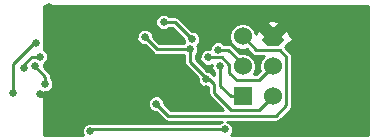
<source format=gbl>
G04 (created by PCBNEW (2013-mar-13)-testing) date Tue 26 Mar 2013 09:26:07 PM EDT*
%MOIN*%
G04 Gerber Fmt 3.4, Leading zero omitted, Abs format*
%FSLAX34Y34*%
G01*
G70*
G90*
G04 APERTURE LIST*
%ADD10C,0.006*%
%ADD11R,0.06X0.06*%
%ADD12C,0.06*%
%ADD13C,0.025*%
%ADD14C,0.01*%
G04 APERTURE END LIST*
G54D10*
G54D11*
X72060Y-56980D03*
G54D12*
X73060Y-56980D03*
X72060Y-55980D03*
X73060Y-55980D03*
X72060Y-54980D03*
X73060Y-54980D03*
G54D13*
X68800Y-55000D03*
X70840Y-56400D03*
X70300Y-55400D03*
X69425Y-54500D03*
X70375Y-55075D03*
X65620Y-54000D03*
X75720Y-55980D03*
X67740Y-54820D03*
X72100Y-54160D03*
X70840Y-56740D03*
X68760Y-56980D03*
X65300Y-56900D03*
X71300Y-55980D03*
X70900Y-55680D03*
X64400Y-56860D03*
X65175Y-55200D03*
X64780Y-56040D03*
X65300Y-55650D03*
X65480Y-56560D03*
X65140Y-55980D03*
X71460Y-58080D03*
X66980Y-58140D03*
X69180Y-57220D03*
X71240Y-55420D03*
G54D14*
X70840Y-56400D02*
X70949Y-56400D01*
X72620Y-57420D02*
X73060Y-56980D01*
X71690Y-57420D02*
X72620Y-57420D01*
X71120Y-56849D02*
X71690Y-57420D01*
X71120Y-56570D02*
X71120Y-56849D01*
X70949Y-56400D02*
X71120Y-56570D01*
X69200Y-55400D02*
X70300Y-55400D01*
X68800Y-55000D02*
X69200Y-55400D01*
X70840Y-56400D02*
X70840Y-56360D01*
X70840Y-56360D02*
X70300Y-55820D01*
X70300Y-55820D02*
X70300Y-55400D01*
X69800Y-54500D02*
X69425Y-54500D01*
X70375Y-55075D02*
X69800Y-54500D01*
X67740Y-54820D02*
X67740Y-55960D01*
X67740Y-55960D02*
X68760Y-56980D01*
X68320Y-54240D02*
X67740Y-54820D01*
X72020Y-54240D02*
X68320Y-54240D01*
X72100Y-54160D02*
X72020Y-54240D01*
X70840Y-56740D02*
X69000Y-56740D01*
X69000Y-56740D02*
X68760Y-56980D01*
X68760Y-56980D02*
X65380Y-56980D01*
X65380Y-56980D02*
X65300Y-56900D01*
X71300Y-55980D02*
X71300Y-56620D01*
X71660Y-56980D02*
X72060Y-56980D01*
X71300Y-56620D02*
X71660Y-56980D01*
X70900Y-55680D02*
X71380Y-55680D01*
X72600Y-56440D02*
X73060Y-55980D01*
X71860Y-56440D02*
X72600Y-56440D01*
X71620Y-56200D02*
X71860Y-56440D01*
X71620Y-55920D02*
X71620Y-56200D01*
X71380Y-55680D02*
X71620Y-55920D01*
X70900Y-55680D02*
X70940Y-55720D01*
X65100Y-55200D02*
X64400Y-55900D01*
X64400Y-55900D02*
X64400Y-56860D01*
X65175Y-55200D02*
X65100Y-55200D01*
X65050Y-55650D02*
X65300Y-55650D01*
X64820Y-55880D02*
X65050Y-55650D01*
X64820Y-56000D02*
X64820Y-55880D01*
X64780Y-56040D02*
X64820Y-56000D01*
X65290Y-55640D02*
X65300Y-55650D01*
X65480Y-56320D02*
X65480Y-56560D01*
X65140Y-55980D02*
X65480Y-56320D01*
X67040Y-58080D02*
X71460Y-58080D01*
X66980Y-58140D02*
X67040Y-58080D01*
X72520Y-55440D02*
X72060Y-54980D01*
X73300Y-55440D02*
X72520Y-55440D01*
X73520Y-55660D02*
X73300Y-55440D01*
X73520Y-57280D02*
X73520Y-55660D01*
X73180Y-57620D02*
X73520Y-57280D01*
X69580Y-57620D02*
X73180Y-57620D01*
X69180Y-57220D02*
X69580Y-57620D01*
X71240Y-55420D02*
X71580Y-55420D01*
X72060Y-55900D02*
X72060Y-55980D01*
X71580Y-55420D02*
X72060Y-55900D01*
G54D10*
G36*
X76250Y-58250D02*
X71670Y-58258D01*
X71692Y-58235D01*
X71734Y-58134D01*
X71735Y-58025D01*
X71693Y-57924D01*
X71615Y-57847D01*
X71550Y-57820D01*
X73180Y-57820D01*
X73256Y-57804D01*
X73321Y-57761D01*
X73661Y-57421D01*
X73661Y-57421D01*
X73690Y-57378D01*
X73704Y-57356D01*
X73704Y-57356D01*
X73719Y-57280D01*
X73720Y-57280D01*
X73720Y-55660D01*
X73704Y-55583D01*
X73704Y-55583D01*
X73690Y-55561D01*
X73661Y-55518D01*
X73661Y-55518D01*
X73620Y-55477D01*
X73487Y-55344D01*
X73620Y-55211D01*
X73774Y-55057D01*
X73606Y-54890D01*
X73585Y-54783D01*
X73502Y-54750D01*
X73289Y-54962D01*
X73289Y-54537D01*
X73256Y-54454D01*
X73040Y-54419D01*
X72863Y-54454D01*
X72830Y-54537D01*
X73060Y-54767D01*
X73289Y-54537D01*
X73289Y-54962D01*
X73272Y-54980D01*
X73378Y-55086D01*
X73224Y-55240D01*
X73107Y-55240D01*
X73060Y-55192D01*
X73012Y-55240D01*
X72895Y-55240D01*
X72741Y-55086D01*
X72847Y-54980D01*
X72617Y-54750D01*
X72534Y-54783D01*
X72518Y-54885D01*
X72510Y-54893D01*
X72510Y-54890D01*
X72441Y-54725D01*
X72315Y-54598D01*
X72149Y-54530D01*
X71970Y-54529D01*
X71805Y-54598D01*
X71678Y-54724D01*
X71610Y-54890D01*
X71609Y-55069D01*
X71678Y-55234D01*
X71804Y-55361D01*
X71970Y-55429D01*
X72149Y-55430D01*
X72204Y-55407D01*
X72378Y-55581D01*
X72443Y-55624D01*
X72443Y-55624D01*
X72520Y-55640D01*
X72763Y-55640D01*
X72678Y-55724D01*
X72610Y-55890D01*
X72609Y-56069D01*
X72632Y-56124D01*
X72517Y-56240D01*
X72436Y-56240D01*
X72441Y-56235D01*
X72509Y-56069D01*
X72510Y-55890D01*
X72441Y-55725D01*
X72315Y-55598D01*
X72149Y-55530D01*
X71972Y-55529D01*
X71721Y-55278D01*
X71656Y-55235D01*
X71580Y-55220D01*
X71428Y-55220D01*
X71395Y-55187D01*
X71294Y-55145D01*
X71185Y-55144D01*
X71084Y-55186D01*
X71007Y-55264D01*
X70965Y-55365D01*
X70965Y-55409D01*
X70954Y-55405D01*
X70845Y-55404D01*
X70744Y-55446D01*
X70667Y-55524D01*
X70625Y-55625D01*
X70624Y-55734D01*
X70666Y-55835D01*
X70744Y-55912D01*
X70845Y-55954D01*
X70954Y-55955D01*
X71025Y-55925D01*
X71024Y-56034D01*
X71066Y-56135D01*
X71100Y-56168D01*
X71100Y-56267D01*
X71091Y-56258D01*
X71074Y-56247D01*
X71073Y-56244D01*
X70995Y-56167D01*
X70894Y-56125D01*
X70887Y-56125D01*
X70500Y-55737D01*
X70500Y-55588D01*
X70532Y-55555D01*
X70574Y-55454D01*
X70575Y-55345D01*
X70551Y-55287D01*
X70607Y-55230D01*
X70649Y-55129D01*
X70650Y-55020D01*
X70608Y-54919D01*
X70530Y-54842D01*
X70429Y-54800D01*
X70382Y-54800D01*
X69941Y-54358D01*
X69876Y-54315D01*
X69800Y-54300D01*
X69613Y-54300D01*
X69580Y-54267D01*
X69479Y-54225D01*
X69370Y-54224D01*
X69269Y-54266D01*
X69192Y-54344D01*
X69150Y-54445D01*
X69149Y-54554D01*
X69191Y-54655D01*
X69269Y-54732D01*
X69370Y-54774D01*
X69479Y-54775D01*
X69580Y-54733D01*
X69613Y-54700D01*
X69717Y-54700D01*
X70099Y-55082D01*
X70099Y-55129D01*
X70123Y-55187D01*
X70111Y-55200D01*
X69282Y-55200D01*
X69075Y-54992D01*
X69075Y-54945D01*
X69033Y-54844D01*
X68955Y-54767D01*
X68854Y-54725D01*
X68745Y-54724D01*
X68644Y-54766D01*
X68567Y-54844D01*
X68525Y-54945D01*
X68524Y-55054D01*
X68566Y-55155D01*
X68644Y-55232D01*
X68745Y-55274D01*
X68792Y-55274D01*
X69058Y-55541D01*
X69058Y-55541D01*
X69101Y-55570D01*
X69123Y-55584D01*
X69123Y-55584D01*
X69199Y-55599D01*
X69200Y-55600D01*
X70100Y-55600D01*
X70100Y-55820D01*
X70115Y-55896D01*
X70158Y-55961D01*
X70565Y-56367D01*
X70564Y-56454D01*
X70606Y-56555D01*
X70684Y-56632D01*
X70785Y-56674D01*
X70894Y-56675D01*
X70920Y-56664D01*
X70920Y-56849D01*
X70935Y-56926D01*
X70978Y-56991D01*
X71407Y-57420D01*
X69662Y-57420D01*
X69455Y-57212D01*
X69455Y-57165D01*
X69413Y-57064D01*
X69335Y-56987D01*
X69234Y-56945D01*
X69125Y-56944D01*
X69024Y-56986D01*
X68947Y-57064D01*
X68905Y-57165D01*
X68904Y-57274D01*
X68946Y-57375D01*
X69024Y-57452D01*
X69125Y-57494D01*
X69172Y-57494D01*
X69438Y-57761D01*
X69438Y-57761D01*
X69481Y-57790D01*
X69503Y-57804D01*
X69503Y-57804D01*
X69579Y-57819D01*
X69580Y-57820D01*
X71369Y-57820D01*
X71304Y-57846D01*
X71271Y-57880D01*
X67070Y-57880D01*
X67034Y-57865D01*
X66925Y-57864D01*
X66824Y-57906D01*
X66747Y-57984D01*
X66705Y-58085D01*
X66704Y-58194D01*
X66735Y-58267D01*
X65430Y-58269D01*
X65430Y-56834D01*
X65534Y-56835D01*
X65635Y-56793D01*
X65712Y-56715D01*
X65754Y-56614D01*
X65755Y-56505D01*
X65713Y-56404D01*
X65680Y-56371D01*
X65680Y-56320D01*
X65679Y-56319D01*
X65664Y-56243D01*
X65664Y-56243D01*
X65650Y-56221D01*
X65621Y-56178D01*
X65621Y-56178D01*
X65430Y-55987D01*
X65430Y-55893D01*
X65455Y-55883D01*
X65532Y-55805D01*
X65574Y-55704D01*
X65575Y-55595D01*
X65533Y-55494D01*
X65455Y-55417D01*
X65430Y-55406D01*
X65430Y-55302D01*
X65449Y-55254D01*
X65450Y-55145D01*
X65430Y-55097D01*
X65430Y-53970D01*
X76250Y-53970D01*
X76250Y-58250D01*
X76250Y-58250D01*
G37*
G54D14*
X76250Y-58250D02*
X71670Y-58258D01*
X71692Y-58235D01*
X71734Y-58134D01*
X71735Y-58025D01*
X71693Y-57924D01*
X71615Y-57847D01*
X71550Y-57820D01*
X73180Y-57820D01*
X73256Y-57804D01*
X73321Y-57761D01*
X73661Y-57421D01*
X73661Y-57421D01*
X73690Y-57378D01*
X73704Y-57356D01*
X73704Y-57356D01*
X73719Y-57280D01*
X73720Y-57280D01*
X73720Y-55660D01*
X73704Y-55583D01*
X73704Y-55583D01*
X73690Y-55561D01*
X73661Y-55518D01*
X73661Y-55518D01*
X73620Y-55477D01*
X73487Y-55344D01*
X73620Y-55211D01*
X73774Y-55057D01*
X73606Y-54890D01*
X73585Y-54783D01*
X73502Y-54750D01*
X73289Y-54962D01*
X73289Y-54537D01*
X73256Y-54454D01*
X73040Y-54419D01*
X72863Y-54454D01*
X72830Y-54537D01*
X73060Y-54767D01*
X73289Y-54537D01*
X73289Y-54962D01*
X73272Y-54980D01*
X73378Y-55086D01*
X73224Y-55240D01*
X73107Y-55240D01*
X73060Y-55192D01*
X73012Y-55240D01*
X72895Y-55240D01*
X72741Y-55086D01*
X72847Y-54980D01*
X72617Y-54750D01*
X72534Y-54783D01*
X72518Y-54885D01*
X72510Y-54893D01*
X72510Y-54890D01*
X72441Y-54725D01*
X72315Y-54598D01*
X72149Y-54530D01*
X71970Y-54529D01*
X71805Y-54598D01*
X71678Y-54724D01*
X71610Y-54890D01*
X71609Y-55069D01*
X71678Y-55234D01*
X71804Y-55361D01*
X71970Y-55429D01*
X72149Y-55430D01*
X72204Y-55407D01*
X72378Y-55581D01*
X72443Y-55624D01*
X72443Y-55624D01*
X72520Y-55640D01*
X72763Y-55640D01*
X72678Y-55724D01*
X72610Y-55890D01*
X72609Y-56069D01*
X72632Y-56124D01*
X72517Y-56240D01*
X72436Y-56240D01*
X72441Y-56235D01*
X72509Y-56069D01*
X72510Y-55890D01*
X72441Y-55725D01*
X72315Y-55598D01*
X72149Y-55530D01*
X71972Y-55529D01*
X71721Y-55278D01*
X71656Y-55235D01*
X71580Y-55220D01*
X71428Y-55220D01*
X71395Y-55187D01*
X71294Y-55145D01*
X71185Y-55144D01*
X71084Y-55186D01*
X71007Y-55264D01*
X70965Y-55365D01*
X70965Y-55409D01*
X70954Y-55405D01*
X70845Y-55404D01*
X70744Y-55446D01*
X70667Y-55524D01*
X70625Y-55625D01*
X70624Y-55734D01*
X70666Y-55835D01*
X70744Y-55912D01*
X70845Y-55954D01*
X70954Y-55955D01*
X71025Y-55925D01*
X71024Y-56034D01*
X71066Y-56135D01*
X71100Y-56168D01*
X71100Y-56267D01*
X71091Y-56258D01*
X71074Y-56247D01*
X71073Y-56244D01*
X70995Y-56167D01*
X70894Y-56125D01*
X70887Y-56125D01*
X70500Y-55737D01*
X70500Y-55588D01*
X70532Y-55555D01*
X70574Y-55454D01*
X70575Y-55345D01*
X70551Y-55287D01*
X70607Y-55230D01*
X70649Y-55129D01*
X70650Y-55020D01*
X70608Y-54919D01*
X70530Y-54842D01*
X70429Y-54800D01*
X70382Y-54800D01*
X69941Y-54358D01*
X69876Y-54315D01*
X69800Y-54300D01*
X69613Y-54300D01*
X69580Y-54267D01*
X69479Y-54225D01*
X69370Y-54224D01*
X69269Y-54266D01*
X69192Y-54344D01*
X69150Y-54445D01*
X69149Y-54554D01*
X69191Y-54655D01*
X69269Y-54732D01*
X69370Y-54774D01*
X69479Y-54775D01*
X69580Y-54733D01*
X69613Y-54700D01*
X69717Y-54700D01*
X70099Y-55082D01*
X70099Y-55129D01*
X70123Y-55187D01*
X70111Y-55200D01*
X69282Y-55200D01*
X69075Y-54992D01*
X69075Y-54945D01*
X69033Y-54844D01*
X68955Y-54767D01*
X68854Y-54725D01*
X68745Y-54724D01*
X68644Y-54766D01*
X68567Y-54844D01*
X68525Y-54945D01*
X68524Y-55054D01*
X68566Y-55155D01*
X68644Y-55232D01*
X68745Y-55274D01*
X68792Y-55274D01*
X69058Y-55541D01*
X69058Y-55541D01*
X69101Y-55570D01*
X69123Y-55584D01*
X69123Y-55584D01*
X69199Y-55599D01*
X69200Y-55600D01*
X70100Y-55600D01*
X70100Y-55820D01*
X70115Y-55896D01*
X70158Y-55961D01*
X70565Y-56367D01*
X70564Y-56454D01*
X70606Y-56555D01*
X70684Y-56632D01*
X70785Y-56674D01*
X70894Y-56675D01*
X70920Y-56664D01*
X70920Y-56849D01*
X70935Y-56926D01*
X70978Y-56991D01*
X71407Y-57420D01*
X69662Y-57420D01*
X69455Y-57212D01*
X69455Y-57165D01*
X69413Y-57064D01*
X69335Y-56987D01*
X69234Y-56945D01*
X69125Y-56944D01*
X69024Y-56986D01*
X68947Y-57064D01*
X68905Y-57165D01*
X68904Y-57274D01*
X68946Y-57375D01*
X69024Y-57452D01*
X69125Y-57494D01*
X69172Y-57494D01*
X69438Y-57761D01*
X69438Y-57761D01*
X69481Y-57790D01*
X69503Y-57804D01*
X69503Y-57804D01*
X69579Y-57819D01*
X69580Y-57820D01*
X71369Y-57820D01*
X71304Y-57846D01*
X71271Y-57880D01*
X67070Y-57880D01*
X67034Y-57865D01*
X66925Y-57864D01*
X66824Y-57906D01*
X66747Y-57984D01*
X66705Y-58085D01*
X66704Y-58194D01*
X66735Y-58267D01*
X65430Y-58269D01*
X65430Y-56834D01*
X65534Y-56835D01*
X65635Y-56793D01*
X65712Y-56715D01*
X65754Y-56614D01*
X65755Y-56505D01*
X65713Y-56404D01*
X65680Y-56371D01*
X65680Y-56320D01*
X65679Y-56319D01*
X65664Y-56243D01*
X65664Y-56243D01*
X65650Y-56221D01*
X65621Y-56178D01*
X65621Y-56178D01*
X65430Y-55987D01*
X65430Y-55893D01*
X65455Y-55883D01*
X65532Y-55805D01*
X65574Y-55704D01*
X65575Y-55595D01*
X65533Y-55494D01*
X65455Y-55417D01*
X65430Y-55406D01*
X65430Y-55302D01*
X65449Y-55254D01*
X65450Y-55145D01*
X65430Y-55097D01*
X65430Y-53970D01*
X76250Y-53970D01*
X76250Y-58250D01*
M02*

</source>
